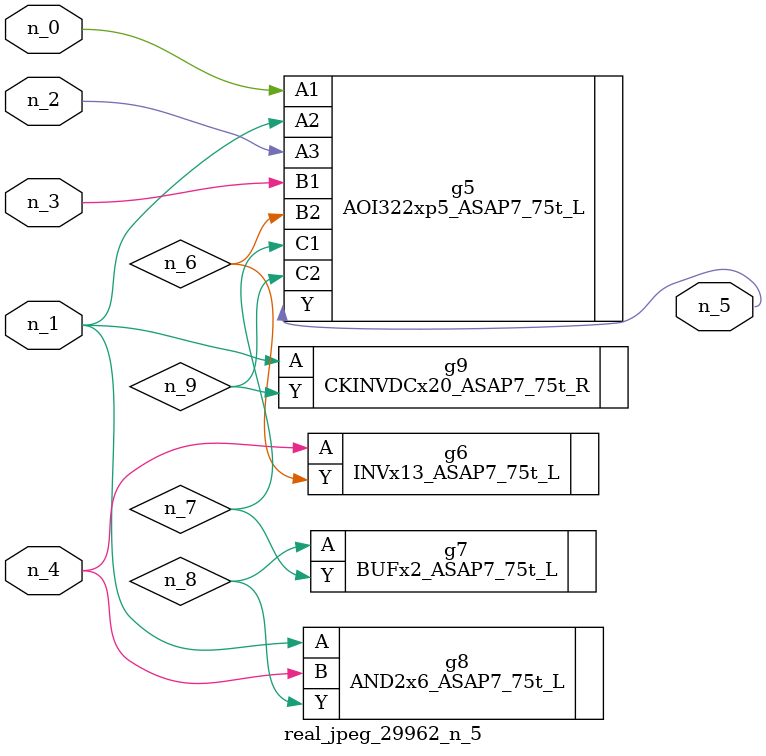
<source format=v>
module real_jpeg_29962_n_5 (n_4, n_0, n_1, n_2, n_3, n_5);

input n_4;
input n_0;
input n_1;
input n_2;
input n_3;

output n_5;

wire n_8;
wire n_6;
wire n_7;
wire n_9;

AOI322xp5_ASAP7_75t_L g5 ( 
.A1(n_0),
.A2(n_1),
.A3(n_2),
.B1(n_3),
.B2(n_6),
.C1(n_7),
.C2(n_9),
.Y(n_5)
);

AND2x6_ASAP7_75t_L g8 ( 
.A(n_1),
.B(n_4),
.Y(n_8)
);

CKINVDCx20_ASAP7_75t_R g9 ( 
.A(n_1),
.Y(n_9)
);

INVx13_ASAP7_75t_L g6 ( 
.A(n_4),
.Y(n_6)
);

BUFx2_ASAP7_75t_L g7 ( 
.A(n_8),
.Y(n_7)
);


endmodule
</source>
